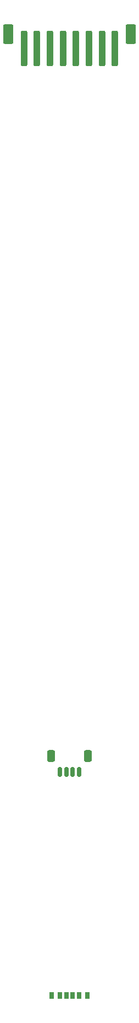
<source format=gbr>
%TF.GenerationSoftware,KiCad,Pcbnew,(6.0.4-0)*%
%TF.CreationDate,2022-11-29T11:04:19+01:00*%
%TF.ProjectId,ControllerBoard,436f6e74-726f-46c6-9c65-72426f617264,rev?*%
%TF.SameCoordinates,Original*%
%TF.FileFunction,Paste,Top*%
%TF.FilePolarity,Positive*%
%FSLAX46Y46*%
G04 Gerber Fmt 4.6, Leading zero omitted, Abs format (unit mm)*
G04 Created by KiCad (PCBNEW (6.0.4-0)) date 2022-11-29 11:04:19*
%MOMM*%
%LPD*%
G01*
G04 APERTURE LIST*
G04 Aperture macros list*
%AMRoundRect*
0 Rectangle with rounded corners*
0 $1 Rounding radius*
0 $2 $3 $4 $5 $6 $7 $8 $9 X,Y pos of 4 corners*
0 Add a 4 corners polygon primitive as box body*
4,1,4,$2,$3,$4,$5,$6,$7,$8,$9,$2,$3,0*
0 Add four circle primitives for the rounded corners*
1,1,$1+$1,$2,$3*
1,1,$1+$1,$4,$5*
1,1,$1+$1,$6,$7*
1,1,$1+$1,$8,$9*
0 Add four rect primitives between the rounded corners*
20,1,$1+$1,$2,$3,$4,$5,0*
20,1,$1+$1,$4,$5,$6,$7,0*
20,1,$1+$1,$6,$7,$8,$9,0*
20,1,$1+$1,$8,$9,$2,$3,0*%
G04 Aperture macros list end*
%ADD10RoundRect,0.150000X-0.150000X-0.625000X0.150000X-0.625000X0.150000X0.625000X-0.150000X0.625000X0*%
%ADD11RoundRect,0.250000X-0.350000X-0.650000X0.350000X-0.650000X0.350000X0.650000X-0.350000X0.650000X0*%
%ADD12R,0.700000X1.050000*%
%ADD13R,0.760000X1.050000*%
%ADD14R,0.800000X1.050000*%
%ADD15RoundRect,0.250000X-0.250000X-2.500000X0.250000X-2.500000X0.250000X2.500000X-0.250000X2.500000X0*%
%ADD16RoundRect,0.250000X-0.550000X-1.250000X0.550000X-1.250000X0.550000X1.250000X-0.550000X1.250000X0*%
G04 APERTURE END LIST*
D10*
%TO.C,CONN1*%
X109150000Y-133875000D03*
X110150000Y-133875000D03*
X111150000Y-133875000D03*
X112150000Y-133875000D03*
D11*
X113450000Y-131350000D03*
X107850000Y-131350000D03*
%TD*%
D12*
%TO.C,J2*%
X110150000Y-168175000D03*
D13*
X112170000Y-168175000D03*
D14*
X113400000Y-168175000D03*
D12*
X111150000Y-168175000D03*
D13*
X109130000Y-168175000D03*
D14*
X107900000Y-168175000D03*
%TD*%
D15*
%TO.C,J1*%
X103650000Y-22600000D03*
X105650000Y-22600000D03*
X107650000Y-22600000D03*
X109650000Y-22600000D03*
X111650000Y-22600000D03*
X113650000Y-22600000D03*
X115650000Y-22600000D03*
X117650000Y-22600000D03*
D16*
X101250000Y-20350000D03*
X120050000Y-20350000D03*
%TD*%
M02*

</source>
